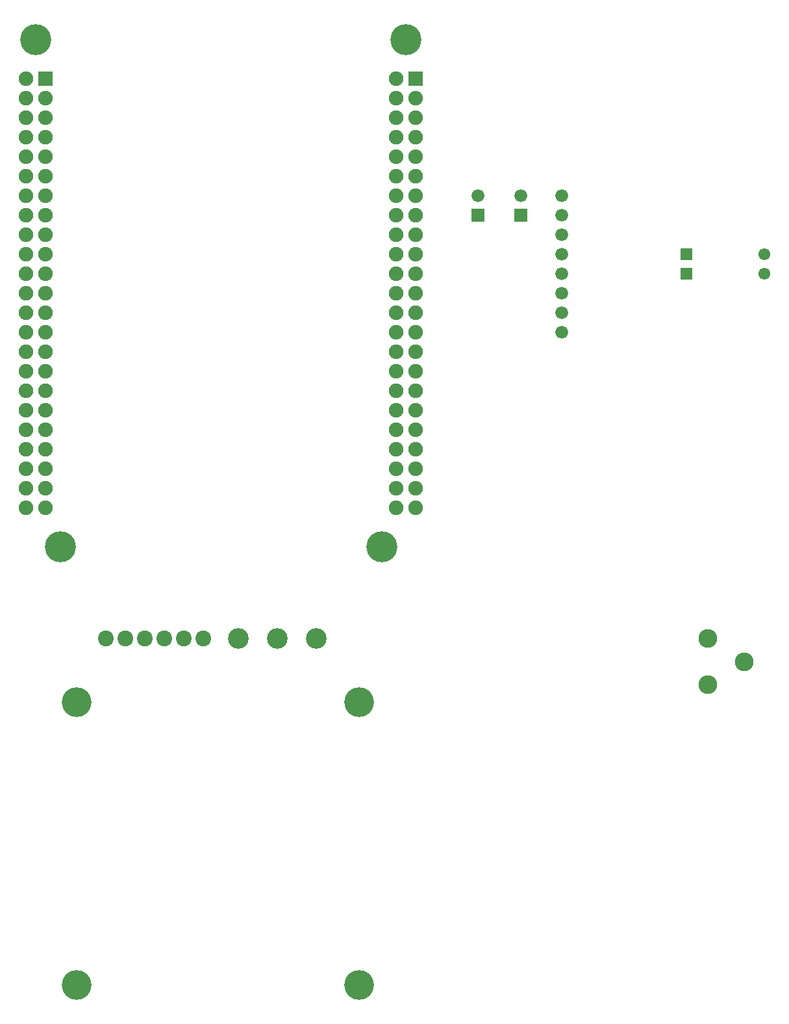
<source format=gbr>
G04 start of page 6 for group -4063 idx -4063 *
G04 Title: Motor Controller, componentmask *
G04 Creator: pcb 4.2.2 *
G04 CreationDate: Mon Feb 22 05:04:53 2021 UTC *
G04 For: kevin *
G04 Format: Gerber/RS-274X *
G04 PCB-Dimensions (mil): 4750.00 5800.00 *
G04 PCB-Coordinate-Origin: lower left *
%MOIN*%
%FSLAX25Y25*%
%LNTOPMASK*%
%ADD60C,0.1060*%
%ADD59C,0.0810*%
%ADD58C,0.1520*%
%ADD57C,0.0960*%
%ADD56C,0.0610*%
%ADD55C,0.0660*%
%ADD54C,0.0750*%
%ADD53C,0.0001*%
%ADD52C,0.1590*%
G54D52*X220000Y520000D03*
G54D53*G36*
X221250Y503750D02*Y496250D01*
X228750D01*
Y503750D01*
X221250D01*
G37*
G54D54*X215000Y500000D03*
Y490000D03*
X225000D03*
X215000Y480000D03*
Y470000D03*
X225000Y480000D03*
Y470000D03*
G54D53*G36*
X31250Y503750D02*Y496250D01*
X38750D01*
Y503750D01*
X31250D01*
G37*
G54D54*X215000Y370000D03*
X35000D03*
X215000Y360000D03*
X35000D03*
X25000D03*
Y370000D03*
X215000Y460000D03*
Y450000D03*
Y440000D03*
Y430000D03*
Y420000D03*
X225000Y460000D03*
Y450000D03*
Y440000D03*
Y430000D03*
Y420000D03*
Y410000D03*
Y400000D03*
Y390000D03*
Y380000D03*
Y370000D03*
Y360000D03*
X215000Y410000D03*
Y400000D03*
Y390000D03*
Y380000D03*
G54D55*X300000Y440000D03*
G54D53*G36*
X275700Y433300D02*Y426700D01*
X282300D01*
Y433300D01*
X275700D01*
G37*
G54D55*X279000Y440000D03*
G54D53*G36*
X253700Y433300D02*Y426700D01*
X260300D01*
Y433300D01*
X253700D01*
G37*
G54D55*X257000Y440000D03*
X300000Y430000D03*
Y420000D03*
Y410000D03*
Y400000D03*
Y390000D03*
Y380000D03*
Y370000D03*
G54D53*G36*
X360950Y413050D02*Y406950D01*
X367050D01*
Y413050D01*
X360950D01*
G37*
G36*
Y403050D02*Y396950D01*
X367050D01*
Y403050D01*
X360950D01*
G37*
G54D56*X404000Y410000D03*
Y400000D03*
G54D52*X30000Y520000D03*
G54D54*X25000Y500000D03*
X35000Y450000D03*
X25000D03*
X35000Y490000D03*
Y480000D03*
X25000D03*
Y490000D03*
X35000Y470000D03*
Y460000D03*
X25000D03*
Y470000D03*
G54D52*X42500Y260000D03*
G54D54*X35000Y280000D03*
Y350000D03*
Y340000D03*
Y330000D03*
Y320000D03*
Y310000D03*
Y300000D03*
X25000D03*
Y310000D03*
X35000Y290000D03*
X25000Y280000D03*
Y290000D03*
Y320000D03*
Y330000D03*
Y340000D03*
Y350000D03*
X35000Y440000D03*
X25000D03*
X35000Y430000D03*
X25000D03*
X35000Y420000D03*
Y410000D03*
Y400000D03*
X25000D03*
Y410000D03*
X35000Y390000D03*
Y380000D03*
X25000D03*
Y390000D03*
Y420000D03*
G54D52*X207500Y260000D03*
G54D54*X215000Y280000D03*
G54D57*X393504Y201189D03*
X375000Y213000D03*
Y189378D03*
G54D54*X215000Y350000D03*
Y340000D03*
Y330000D03*
Y320000D03*
Y310000D03*
Y300000D03*
Y290000D03*
X225000Y280000D03*
Y290000D03*
Y350000D03*
Y340000D03*
Y330000D03*
Y320000D03*
Y310000D03*
Y300000D03*
G54D58*X196000Y35500D03*
Y180500D03*
X51000Y35500D03*
Y180500D03*
G54D59*X116000Y213000D03*
X106000D03*
X96000D03*
X86000D03*
X76000D03*
X66000D03*
G54D60*X174000D03*
X154000D03*
X134000D03*
M02*

</source>
